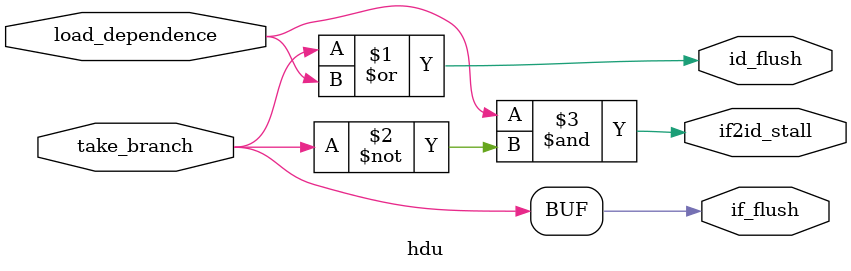
<source format=v>

`include "core.vh"
`include "decoder.vh"
`include "veririscv_core.vh"

module hdu (
    input       take_branch,
    input       load_dependence,
    output      if_flush,
    output      id_flush,
    output      if2id_stall
);

    assign if_flush = take_branch;
    assign id_flush = take_branch | load_dependence;
    assign if2id_stall = load_dependence & ~if_flush;

endmodule

</source>
